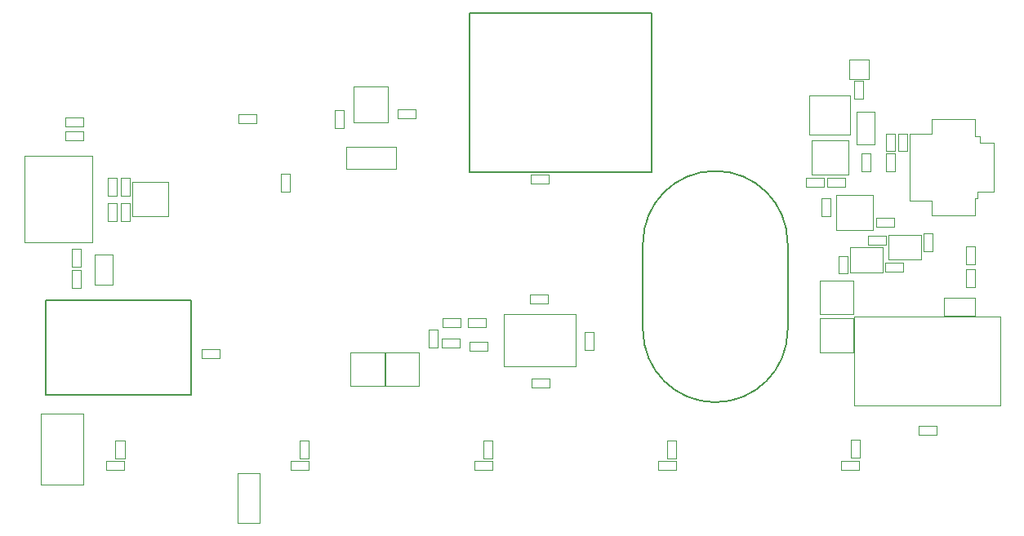
<source format=gbr>
G04 #@! TF.GenerationSoftware,KiCad,Pcbnew,(5.1.0)-1*
G04 #@! TF.CreationDate,2019-05-19T22:51:14-06:00*
G04 #@! TF.ProjectId,laser-theremin,6c617365-722d-4746-9865-72656d696e2e,rev?*
G04 #@! TF.SameCoordinates,Original*
G04 #@! TF.FileFunction,Other,User*
%FSLAX46Y46*%
G04 Gerber Fmt 4.6, Leading zero omitted, Abs format (unit mm)*
G04 Created by KiCad (PCBNEW (5.1.0)-1) date 2019-05-19 22:51:14*
%MOMM*%
%LPD*%
G04 APERTURE LIST*
%ADD10C,0.050000*%
%ADD11C,0.150000*%
%ADD12C,0.127000*%
G04 APERTURE END LIST*
D10*
X102720000Y-105140000D02*
X102720000Y-112540000D01*
X102720000Y-112540000D02*
X98270000Y-112540000D01*
X98270000Y-112540000D02*
X98270000Y-105140000D01*
X98270000Y-105140000D02*
X102720000Y-105140000D01*
D11*
X161570000Y-80060000D02*
X161570000Y-63579973D01*
X142709905Y-63579973D02*
X161570000Y-63579973D01*
X142710000Y-80060027D02*
X142710000Y-63580000D01*
X142709905Y-80060000D02*
X161570000Y-80060000D01*
D10*
X190610000Y-74570000D02*
X195110000Y-74570000D01*
X195110000Y-74570000D02*
X195110000Y-76320000D01*
X195110000Y-76320000D02*
X195610000Y-76320000D01*
X195610000Y-76320000D02*
X195610000Y-77070000D01*
X195610000Y-77070000D02*
X197110000Y-77070000D01*
X197110000Y-77070000D02*
X197110000Y-82070000D01*
X197110000Y-82070000D02*
X195360000Y-82070000D01*
X195360000Y-82070000D02*
X195360000Y-82820000D01*
X195360000Y-82820000D02*
X195110000Y-82820000D01*
X195110000Y-82820000D02*
X195110000Y-84570000D01*
X195110000Y-84570000D02*
X190610000Y-84570000D01*
X190610000Y-84570000D02*
X190610000Y-83070000D01*
X190610000Y-83070000D02*
X188360000Y-83070000D01*
X188360000Y-83070000D02*
X188360000Y-76070000D01*
X188360000Y-76070000D02*
X190610000Y-76070000D01*
X190610000Y-76070000D02*
X190610000Y-74570000D01*
X190610000Y-74570000D02*
X190610000Y-74570000D01*
X182010000Y-80370000D02*
X182010000Y-76770000D01*
X178210000Y-80370000D02*
X182010000Y-80370000D01*
X178210000Y-76770000D02*
X178210000Y-80370000D01*
X182010000Y-76770000D02*
X178210000Y-76770000D01*
X149120000Y-80350000D02*
X149120000Y-81290000D01*
X149120000Y-81290000D02*
X150980000Y-81290000D01*
X150980000Y-81290000D02*
X150980000Y-80350000D01*
X150980000Y-80350000D02*
X149120000Y-80350000D01*
X129660000Y-75500000D02*
X129660000Y-73640000D01*
X128720000Y-75500000D02*
X129660000Y-75500000D01*
X128720000Y-73640000D02*
X128720000Y-75500000D01*
X129660000Y-73640000D02*
X128720000Y-73640000D01*
X183380000Y-79970000D02*
X184320000Y-79970000D01*
X184320000Y-79970000D02*
X184320000Y-78110000D01*
X184320000Y-78110000D02*
X183380000Y-78110000D01*
X183380000Y-78110000D02*
X183380000Y-79970000D01*
X116840000Y-98460000D02*
X114980000Y-98460000D01*
X116840000Y-99400000D02*
X116840000Y-98460000D01*
X114980000Y-99400000D02*
X116840000Y-99400000D01*
X114980000Y-98460000D02*
X114980000Y-99400000D01*
X184760000Y-73840000D02*
X182860000Y-73840000D01*
X182860000Y-73840000D02*
X182860000Y-77200000D01*
X182860000Y-77200000D02*
X184760000Y-77200000D01*
X184760000Y-77200000D02*
X184760000Y-73840000D01*
X106160000Y-80690000D02*
X105220000Y-80690000D01*
X105220000Y-80690000D02*
X105220000Y-82550000D01*
X105220000Y-82550000D02*
X106160000Y-82550000D01*
X106160000Y-82550000D02*
X106160000Y-80690000D01*
X106160000Y-85120000D02*
X106160000Y-83260000D01*
X105220000Y-85120000D02*
X106160000Y-85120000D01*
X105220000Y-83260000D02*
X105220000Y-85120000D01*
X106160000Y-83260000D02*
X105220000Y-83260000D01*
X135120000Y-79760000D02*
X129920000Y-79760000D01*
X129920000Y-79760000D02*
X129920000Y-77460000D01*
X129920000Y-77460000D02*
X135120000Y-77460000D01*
X135120000Y-77460000D02*
X135120000Y-79760000D01*
X107800000Y-84665000D02*
X107800000Y-81115000D01*
X111500000Y-84665000D02*
X107800000Y-84665000D01*
X111500000Y-81115000D02*
X111500000Y-84665000D01*
X107800000Y-81115000D02*
X111500000Y-81115000D01*
X103575000Y-78420000D02*
X103575000Y-87320000D01*
X103575000Y-87320000D02*
X96600000Y-87320000D01*
X96600000Y-87320000D02*
X96600000Y-78420000D01*
X96600000Y-78420000D02*
X103575000Y-78420000D01*
X177970000Y-76160000D02*
X177970000Y-72160000D01*
X177970000Y-72160000D02*
X182170000Y-72160000D01*
X182170000Y-72160000D02*
X182170000Y-76160000D01*
X182170000Y-76160000D02*
X177970000Y-76160000D01*
X130715000Y-74890000D02*
X130715000Y-71190000D01*
X130715000Y-71190000D02*
X134265000Y-71190000D01*
X134265000Y-71190000D02*
X134265000Y-74890000D01*
X134265000Y-74890000D02*
X130715000Y-74890000D01*
X135310000Y-74500000D02*
X137170000Y-74500000D01*
X135310000Y-73560000D02*
X135310000Y-74500000D01*
X137170000Y-73560000D02*
X135310000Y-73560000D01*
X137170000Y-74500000D02*
X137170000Y-73560000D01*
X106590000Y-80690000D02*
X106590000Y-82550000D01*
X107530000Y-80690000D02*
X106590000Y-80690000D01*
X107530000Y-82550000D02*
X107530000Y-80690000D01*
X106590000Y-82550000D02*
X107530000Y-82550000D01*
X107530000Y-85120000D02*
X107530000Y-83260000D01*
X106590000Y-85120000D02*
X107530000Y-85120000D01*
X106590000Y-83260000D02*
X106590000Y-85120000D01*
X107530000Y-83260000D02*
X106590000Y-83260000D01*
X179510000Y-81640000D02*
X179510000Y-80700000D01*
X179510000Y-80700000D02*
X177650000Y-80700000D01*
X177650000Y-80700000D02*
X177650000Y-81640000D01*
X177650000Y-81640000D02*
X179510000Y-81640000D01*
X179780000Y-81640000D02*
X181640000Y-81640000D01*
X179780000Y-80700000D02*
X179780000Y-81640000D01*
X181640000Y-80700000D02*
X179780000Y-80700000D01*
X181640000Y-81640000D02*
X181640000Y-80700000D01*
X180180000Y-82810000D02*
X179240000Y-82810000D01*
X179240000Y-82810000D02*
X179240000Y-84670000D01*
X179240000Y-84670000D02*
X180180000Y-84670000D01*
X180180000Y-84670000D02*
X180180000Y-82810000D01*
X186780000Y-84790000D02*
X184920000Y-84790000D01*
X186780000Y-85730000D02*
X186780000Y-84790000D01*
X184920000Y-85730000D02*
X186780000Y-85730000D01*
X184920000Y-84790000D02*
X184920000Y-85730000D01*
X101490000Y-89890000D02*
X102430000Y-89890000D01*
X102430000Y-89890000D02*
X102430000Y-88030000D01*
X102430000Y-88030000D02*
X101490000Y-88030000D01*
X101490000Y-88030000D02*
X101490000Y-89890000D01*
X187180000Y-76060000D02*
X187180000Y-77920000D01*
X188120000Y-76060000D02*
X187180000Y-76060000D01*
X188120000Y-77920000D02*
X188120000Y-76060000D01*
X187180000Y-77920000D02*
X188120000Y-77920000D01*
X194220000Y-87780000D02*
X194220000Y-89640000D01*
X195160000Y-87780000D02*
X194220000Y-87780000D01*
X195160000Y-89640000D02*
X195160000Y-87780000D01*
X194220000Y-89640000D02*
X195160000Y-89640000D01*
X186170000Y-86570000D02*
X186170000Y-89170000D01*
X186170000Y-89170000D02*
X189570000Y-89170000D01*
X189570000Y-89170000D02*
X189570000Y-86570000D01*
X189570000Y-86570000D02*
X186170000Y-86570000D01*
X182190000Y-90490000D02*
X185590000Y-90490000D01*
X182190000Y-87890000D02*
X182190000Y-90490000D01*
X185590000Y-87890000D02*
X182190000Y-87890000D01*
X185590000Y-90490000D02*
X185590000Y-87890000D01*
X181960000Y-90620000D02*
X181960000Y-88760000D01*
X181020000Y-90620000D02*
X181960000Y-90620000D01*
X181020000Y-88760000D02*
X181020000Y-90620000D01*
X181960000Y-88760000D02*
X181020000Y-88760000D01*
X189800000Y-88290000D02*
X190740000Y-88290000D01*
X190740000Y-88290000D02*
X190740000Y-86430000D01*
X190740000Y-86430000D02*
X189800000Y-86430000D01*
X189800000Y-86430000D02*
X189800000Y-88290000D01*
X186860000Y-80030000D02*
X186860000Y-78170000D01*
X185920000Y-80030000D02*
X186860000Y-80030000D01*
X185920000Y-78170000D02*
X185920000Y-80030000D01*
X186860000Y-78170000D02*
X185920000Y-78170000D01*
X186860000Y-76060000D02*
X185920000Y-76060000D01*
X185920000Y-76060000D02*
X185920000Y-77920000D01*
X185920000Y-77920000D02*
X186860000Y-77920000D01*
X186860000Y-77920000D02*
X186860000Y-76060000D01*
X185810000Y-89480000D02*
X185810000Y-90420000D01*
X185810000Y-90420000D02*
X187670000Y-90420000D01*
X187670000Y-90420000D02*
X187670000Y-89480000D01*
X187670000Y-89480000D02*
X185810000Y-89480000D01*
X185940000Y-87650000D02*
X185940000Y-86710000D01*
X185940000Y-86710000D02*
X184080000Y-86710000D01*
X184080000Y-86710000D02*
X184080000Y-87650000D01*
X184080000Y-87650000D02*
X185940000Y-87650000D01*
X101480000Y-92140000D02*
X102420000Y-92140000D01*
X102420000Y-92140000D02*
X102420000Y-90280000D01*
X102420000Y-90280000D02*
X101480000Y-90280000D01*
X101480000Y-90280000D02*
X101480000Y-92140000D01*
X194200000Y-90120000D02*
X194200000Y-91980000D01*
X195140000Y-90120000D02*
X194200000Y-90120000D01*
X195140000Y-91980000D02*
X195140000Y-90120000D01*
X194200000Y-91980000D02*
X195140000Y-91980000D01*
X126020000Y-111000000D02*
X126020000Y-110060000D01*
X126020000Y-110060000D02*
X124160000Y-110060000D01*
X124160000Y-110060000D02*
X124160000Y-111000000D01*
X124160000Y-111000000D02*
X126020000Y-111000000D01*
X143200000Y-111000000D02*
X145060000Y-111000000D01*
X143200000Y-110060000D02*
X143200000Y-111000000D01*
X145060000Y-110060000D02*
X143200000Y-110060000D01*
X145060000Y-111000000D02*
X145060000Y-110060000D01*
X164120000Y-111000000D02*
X164120000Y-110060000D01*
X164120000Y-110060000D02*
X162260000Y-110060000D01*
X162260000Y-110060000D02*
X162260000Y-111000000D01*
X162260000Y-111000000D02*
X164120000Y-111000000D01*
X181290000Y-111000000D02*
X183150000Y-111000000D01*
X181290000Y-110060000D02*
X181290000Y-111000000D01*
X183150000Y-110060000D02*
X181290000Y-110060000D01*
X183150000Y-111000000D02*
X183150000Y-110060000D01*
X102720000Y-75320000D02*
X102720000Y-74380000D01*
X102720000Y-74380000D02*
X100860000Y-74380000D01*
X100860000Y-74380000D02*
X100860000Y-75320000D01*
X100860000Y-75320000D02*
X102720000Y-75320000D01*
X100860000Y-76800000D02*
X102720000Y-76800000D01*
X100860000Y-75860000D02*
X100860000Y-76800000D01*
X102720000Y-75860000D02*
X100860000Y-75860000D01*
X102720000Y-76800000D02*
X102720000Y-75860000D01*
X180760000Y-86070000D02*
X184560000Y-86070000D01*
X184560000Y-86070000D02*
X184560000Y-82470000D01*
X184560000Y-82470000D02*
X180760000Y-82470000D01*
X180760000Y-82470000D02*
X180760000Y-86070000D01*
X124130000Y-80230000D02*
X123190000Y-80230000D01*
X123190000Y-80230000D02*
X123190000Y-82090000D01*
X123190000Y-82090000D02*
X124130000Y-82090000D01*
X124130000Y-82090000D02*
X124130000Y-80230000D01*
X118730000Y-75000000D02*
X120590000Y-75000000D01*
X118730000Y-74060000D02*
X118730000Y-75000000D01*
X120590000Y-74060000D02*
X118730000Y-74060000D01*
X120590000Y-75000000D02*
X120590000Y-74060000D01*
X182610000Y-72420000D02*
X183550000Y-72420000D01*
X183550000Y-72420000D02*
X183550000Y-70560000D01*
X183550000Y-70560000D02*
X182610000Y-70560000D01*
X182610000Y-70560000D02*
X182610000Y-72420000D01*
X105080000Y-110990000D02*
X106940000Y-110990000D01*
X105080000Y-110050000D02*
X105080000Y-110990000D01*
X106940000Y-110050000D02*
X105080000Y-110050000D01*
X106940000Y-110990000D02*
X106940000Y-110050000D01*
X106020000Y-109810000D02*
X106960000Y-109810000D01*
X106960000Y-109810000D02*
X106960000Y-107950000D01*
X106960000Y-107950000D02*
X106020000Y-107950000D01*
X106020000Y-107950000D02*
X106020000Y-109810000D01*
X125100000Y-107940000D02*
X125100000Y-109800000D01*
X126040000Y-107940000D02*
X125100000Y-107940000D01*
X126040000Y-109800000D02*
X126040000Y-107940000D01*
X125100000Y-109800000D02*
X126040000Y-109800000D01*
X144150000Y-109760000D02*
X145090000Y-109760000D01*
X145090000Y-109760000D02*
X145090000Y-107900000D01*
X145090000Y-107900000D02*
X144150000Y-107900000D01*
X144150000Y-107900000D02*
X144150000Y-109760000D01*
X163200000Y-107900000D02*
X163200000Y-109760000D01*
X164140000Y-107900000D02*
X163200000Y-107900000D01*
X164140000Y-109760000D02*
X164140000Y-107900000D01*
X163200000Y-109760000D02*
X164140000Y-109760000D01*
X182250000Y-109750000D02*
X183190000Y-109750000D01*
X183190000Y-109750000D02*
X183190000Y-107890000D01*
X183190000Y-107890000D02*
X182250000Y-107890000D01*
X182250000Y-107890000D02*
X182250000Y-109750000D01*
X103830000Y-88600000D02*
X103830000Y-91800000D01*
X103830000Y-91800000D02*
X105730000Y-91800000D01*
X105730000Y-88600000D02*
X105730000Y-91800000D01*
X103830000Y-88600000D02*
X105730000Y-88600000D01*
X191920000Y-95010000D02*
X191920000Y-93110000D01*
X191920000Y-93110000D02*
X195120000Y-93110000D01*
X195120000Y-95010000D02*
X195120000Y-93110000D01*
X191920000Y-95010000D02*
X195120000Y-95010000D01*
X134000000Y-102250000D02*
X137500000Y-102250000D01*
X134000000Y-102250000D02*
X134000000Y-98750000D01*
X137500000Y-98750000D02*
X137500000Y-102250000D01*
X137500000Y-98750000D02*
X134000000Y-98750000D01*
X133890000Y-98750000D02*
X130390000Y-98750000D01*
X133890000Y-98750000D02*
X133890000Y-102250000D01*
X130390000Y-102250000D02*
X130390000Y-98750000D01*
X130390000Y-102250000D02*
X133890000Y-102250000D01*
X141710000Y-97340000D02*
X139850000Y-97340000D01*
X141710000Y-98280000D02*
X141710000Y-97340000D01*
X139850000Y-98280000D02*
X141710000Y-98280000D01*
X139850000Y-97340000D02*
X139850000Y-98280000D01*
X139950000Y-95210000D02*
X139950000Y-96150000D01*
X139950000Y-96150000D02*
X141810000Y-96150000D01*
X141810000Y-96150000D02*
X141810000Y-95210000D01*
X141810000Y-95210000D02*
X139950000Y-95210000D01*
X142690000Y-97690000D02*
X142690000Y-98630000D01*
X142690000Y-98630000D02*
X144550000Y-98630000D01*
X144550000Y-98630000D02*
X144550000Y-97690000D01*
X144550000Y-97690000D02*
X142690000Y-97690000D01*
X155620000Y-98510000D02*
X155620000Y-96650000D01*
X154680000Y-98510000D02*
X155620000Y-98510000D01*
X154680000Y-96650000D02*
X154680000Y-98510000D01*
X155620000Y-96650000D02*
X154680000Y-96650000D01*
X118650000Y-116490000D02*
X118650000Y-111290000D01*
X118650000Y-111290000D02*
X120950000Y-111290000D01*
X120950000Y-111290000D02*
X120950000Y-116490000D01*
X120950000Y-116490000D02*
X118650000Y-116490000D01*
X182620000Y-95085000D02*
X182620000Y-104335000D01*
X182620000Y-104335000D02*
X197720000Y-104335000D01*
X197720000Y-104335000D02*
X197720000Y-95085000D01*
X197720000Y-95085000D02*
X182620000Y-95085000D01*
X179060000Y-94830000D02*
X182560000Y-94830000D01*
X179060000Y-94830000D02*
X179060000Y-91330000D01*
X182560000Y-91330000D02*
X182560000Y-94830000D01*
X182560000Y-91330000D02*
X179060000Y-91330000D01*
X182560000Y-95260000D02*
X179060000Y-95260000D01*
X182560000Y-95260000D02*
X182560000Y-98760000D01*
X179060000Y-98760000D02*
X179060000Y-95260000D01*
X179060000Y-98760000D02*
X182560000Y-98760000D01*
X182130000Y-70390000D02*
X184130000Y-70390000D01*
X182130000Y-70390000D02*
X182130000Y-68390000D01*
X184130000Y-68390000D02*
X184130000Y-70390000D01*
X184130000Y-68390000D02*
X182130000Y-68390000D01*
D11*
X160710000Y-96460000D02*
G75*
G03X175710000Y-96460000I7500000J0D01*
G01*
X175710000Y-87450000D02*
G75*
G03X160710000Y-87450000I-7500000J0D01*
G01*
X160710000Y-87450000D02*
X160710000Y-96460000D01*
X175710000Y-96460000D02*
X175710000Y-87450000D01*
D10*
X138500000Y-98280000D02*
X139440000Y-98280000D01*
X139440000Y-98280000D02*
X139440000Y-96420000D01*
X139440000Y-96420000D02*
X138500000Y-96420000D01*
X138500000Y-96420000D02*
X138500000Y-98280000D01*
X151030000Y-101490000D02*
X149170000Y-101490000D01*
X151030000Y-102430000D02*
X151030000Y-101490000D01*
X149170000Y-102430000D02*
X151030000Y-102430000D01*
X149170000Y-101490000D02*
X149170000Y-102430000D01*
X191140000Y-107310000D02*
X191140000Y-106370000D01*
X191140000Y-106370000D02*
X189280000Y-106370000D01*
X189280000Y-106370000D02*
X189280000Y-107310000D01*
X189280000Y-107310000D02*
X191140000Y-107310000D01*
X144430000Y-95220000D02*
X142570000Y-95220000D01*
X144430000Y-96160000D02*
X144430000Y-95220000D01*
X142570000Y-96160000D02*
X144430000Y-96160000D01*
X142570000Y-95220000D02*
X142570000Y-96160000D01*
X148990000Y-92790000D02*
X148990000Y-93730000D01*
X148990000Y-93730000D02*
X150850000Y-93730000D01*
X150850000Y-93730000D02*
X150850000Y-92790000D01*
X150850000Y-92790000D02*
X148990000Y-92790000D01*
X146280000Y-100230000D02*
X146280000Y-94830000D01*
X153740000Y-100230000D02*
X153740000Y-94830000D01*
X146280000Y-100230000D02*
X153740000Y-100230000D01*
X146280000Y-94830000D02*
X153740000Y-94830000D01*
D12*
X113820000Y-93410000D02*
X113820000Y-103210000D01*
X98770000Y-103210000D02*
X98770000Y-93410000D01*
X98770000Y-93410000D02*
X113820000Y-93410000D01*
X113820000Y-103210000D02*
X98770000Y-103210000D01*
M02*

</source>
